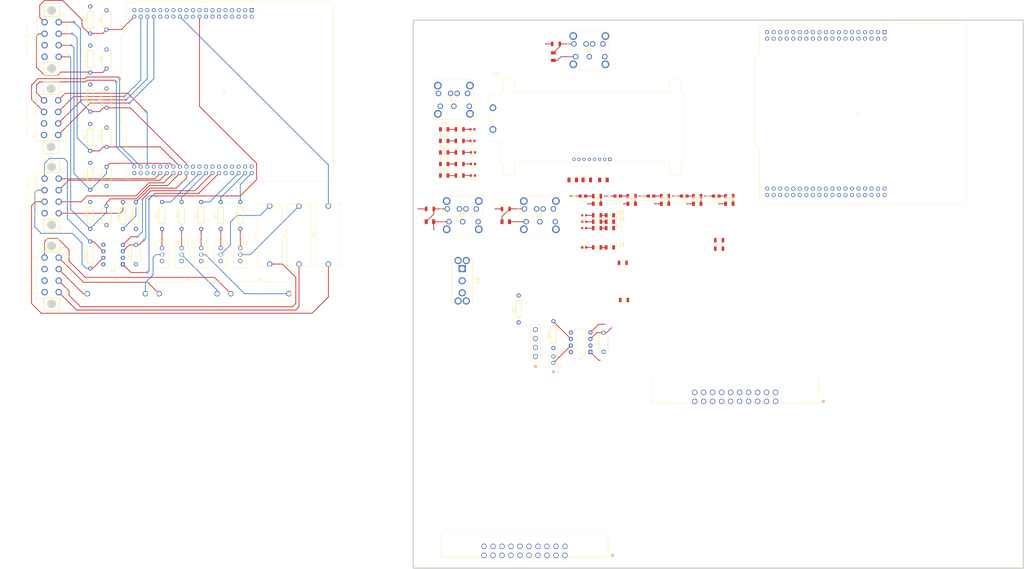
<source format=kicad_pcb>
(kicad_pcb (version 20241229) (generator "pcbnew") (generator_version "9.0")
  (layers (0 "F.Cu" signal "Front") (4 "In1.Cu" power "3V3") (6 "In2.Cu" power "GND") (2 "B.Cu" signal "Back") (13 "F.Paste" user) (15 "B.Paste" user) (5 "F.SilkS" user "F.Silkscreen") (7 "B.SilkS" user "B.Silkscreen") (1 "F.Mask" user) (3 "B.Mask" user) (25 "Edge.Cuts" user))
  (net 0 "")
  (net 1 "/BrakePedal")
  (net 2 "/GearSelector")
  (net 3 "/LSignalLightButton")
  (net 4 "/ThermalShutoff")
  (net 5 "/AccelIn")
  (net 6 "/UART_TX")
  (net 7 "/RSignalLightButton")
  (net 8 "GND")
  (net 9 "VCC")
  (net 10 "/Neutral")
  (net 11 "/HazardButton")
  (net 12 "/Reverse")
  (net 13 "/SupBattery")
  (net 14 "/Drive")
  (net 15 "/+3V3")
  (net 16 "/BrakeLightNeg")
  (net 17 "/LSignalLightNeg")
  (net 18 "/RSignalLightNeg")
  (net 19 "/DRLLeftNeg")
  (net 20 "/DRLRightNeg")
  (net 21 "Net-(U1-D)")
  (net 22 "Net-(U2-D)")
  (net 23 "Net-(U3-D)")
  (net 24 "Net-(U4-D)")
  (net 25 "Net-(U5-D)")
  (net 26 "/SupBattMonitor")
  (net 27 "/DIExtra2")
  (net 28 "/CAN_L")
  (net 29 "/CAN_H")
  (net 31 "/CAN_TX")
  (net 32 "/DIExtra1")
  (net 33 "/CAN_RX")
  (net 40 "/UART_RX")
  (net 50 "/DOExtra1")
  (net 66 "Net-(U6-Rs)")
  (net 67 "/I2C1_SDA")
  (net 72 "/CANTransceiver5V")
  (net 73 "/RSignalLightOut")
  (net 74 "Net-(U2-G)")
  (net 75 "/BrakeLightOut")
  (net 76 "Net-(U1-G)")
  (net 77 "/LSignalLightOut")
  (net 78 "Net-(U3-G)")
  (net 79 "/DRLRightOut")
  (net 80 "Net-(U4-G)")
  (net 81 "Net-(U5-G)")
  (net 82 "/DRLLeftOut")
  (net 87 "Net-(U7A-VIN)")
  (net 99 "/I2C1_CLK")
  (net 100 "Net-(DS1A-C1N)")
  (net 101 "Net-(DS1A-C1P)")
  (net 102 "Net-(D2-Pad2)")
  (net 103 "Net-(D4-Pad2)")
  (net 104 "Net-(D5-Pad2)")
  (net 105 "Net-(D6-Pad2)")
  (net 106 "Net-(D7-Pad2)")
  (net 107 "Net-(DS1A-VOUT)")
  (net 108 "Net-(DS1A-SCL)")
  (net 109 "+3.3V")
  (net 110 "Net-(F7-Pad2)")
  (net 111 "+12V")
  (net 112 "Net-(F8-Pad2)")
  (net 113 "Net-(F9-Pad2)")
  (net 114 "Net-(F10-Pad2)")
  (net 115 "Net-(F11-Pad2)")
  (net 116 "Net-(F12-Pad2)")
  (net 117 "Net-(F13-Pad2)")
  (net 118 "Net-(F14-Pad2)")
  (net 119 "Net-(F15-Pad2)")
  (net 120 "Net-(F16-Pad2)")
  (net 121 "Net-(F17-Pad2)")
  (net 122 "Net-(F18-Pad2)")
  (net 123 "/To_ModeSelect")
  (net 124 "/BlueLED2")
  (net 125 "/HVSwitch-")
  (net 126 "/LVSwitch+")
  (net 127 "/To_PreChargeBtn")
  (net 128 "/Enable")
  (net 129 "/From_PreChargeBtn")
  (net 130 "/GreenLED2")
  (net 131 "/LVSwitch-")
  (net 132 "/BlueLED3")
  (net 133 "/BlueLED4")
  (net 134 "/BlueLED5")
  (net 135 "/HVSwitch+")
  (net 136 "/BlueLED1")
  (net 137 "/GreenLED1")
  (net 138 "/GreenLED4")
  (net 139 "/GreenLED5")
  (net 140 "/ReadyMode")
  (net 141 "/GreenLED3")
  (net 142 "/DashFaultIndicator")
  (net 143 "/HVActive")
  (net 144 "/ChargeMode")
  (net 145 "/LVActive")
  (net 146 "/HVILActive")
  (net 147 "/BrakeLightIn")
  (net 148 "Net-(D1-PadA)")
  (net 149 "Net-(LED1-Pad2)")
  (net 150 "Net-(D3-PadA)")
  (net 151 "Net-(LED2-Pad2)")
  (net 152 "Net-(LED3-Pad2)")
  (net 153 "Net-(LED4-Pad2)")
  (net 154 "Net-(LED5-Pad2)")
  (net 190 "/RSignalLightIn")
  (net 191 "/LSignalLightIn")
  (net 192 "/HazardIn")
  (net 193 "/BrakePedalIn")
  (net 200 "Net-(D8-PadA)")
  (net 201 "Net-(D9-PadA)")
  (net 202 "Net-(F19-Pad2)")
  (net 203 "Net-(F20-Pad2)")
  (net 204 "Net-(DS1A-RST)")
  (net 205 "Net-(J4-Pad2)")
  (footprint "Resistor_SMD:RESC3116X65N" (layer "F.Cu") (at 178.48 85 180)
    (property "Reference" "R27")
    (property "Value" "RC1206FR-071K24L")
  )
  (footprint "DriverControlsLib:TO220-3_ONS" (layer "F.Cu") (at -9.75 105.27 -90)
    (property "Reference" "U4")
    (property "Value" "~")
  )
  (footprint "LED_SMD:LEDC1608X65N" (layer "F.Cu") (at 147 105)
    (property "Reference" "D3")
    (property "Value" "LTW-C191DS5")
  )
  (footprint "Fuse:FUSC3215X66N" (layer "F.Cu") (at 157 105 180)
    (property "Reference" "F10")
    (property "Value" "0466.125NR" (hide yes))
  )
  (footprint "Resistor_SMD:RESC3116X65N" (layer "F.Cu") (at 203.5 85 180)
    (property "Reference" "R29")
    (property "Value" "RC1206FR-071K24L")
  )
  (footprint "Fuse:FUSC3215X66N" (layer "F.Cu") (at 92.5 59)
    (property "Reference" "F9")
    (property "Value" "0466.125NR" (hide yes))
  )
  (footprint "DriverControlsLib:CAP-TH_L6.0-W3.5-P7.50-D1.0" (layer "F.Cu") (at -38.96 16.37 -90)
    (property "Reference" "C5")
    (property "Value" "C")
  )
  (footprint "Connector:CONN2_LFBN-RC_SUL" (layer "F.Cu") (at 135 150.04 90)
    (property "Reference" "J4")
    (property "Value" "PPTC021LFBN-RC")
  )
  (footprint "Fuse:Fuse_0603_1608Metric" (layer "F.Cu") (at 103.5 63.5 180)
    (property "Reference" "D4")
    (property "Value" "LTST-C193TBKT-5A")
  )
  (footprint "DriverControlsLib:RES-TH_BD2.2-L6.5-P10.50-D0.6" (layer "F.Cu") (at 121.5 129 90)
    (property "Reference" "R12")
    (property "Value" "120Ω")
  )
  (footprint "DriverControlsLib:CAP-TH_L6.0-W3.5-P7.50-D1.0" (layer "F.Cu") (at -38.96 31.61 -90)
    (property "Reference" "C6")
    (property "Value" "C")
  )
  (footprint "DriverControlsLib:Molex 8 Pin Mini-fit TPA" (layer "F.Cu") (at -60.3405 84.95 90)
    (property "Reference" "a3")
    (property "Value" "~")
    (fp_poly (pts (xy 13.05 0) (xy 13.030454 -0.260824) (xy 12.972252 -0.515822) (xy 12.876696 -0.759297) (xy 12.745918 -0.98581) (xy 12.582841 -1.190302) (xy 12.391107 -1.368205) (xy 12.175 -1.515544) (xy 11.939347 -1.629029) (xy 11.689412 -1.706124) (xy 11.430778 -1.745107) (xy 11.169222 -1.745107) (xy 10.910588 -1.706124) (xy 10.660653 -1.629029) (xy 10.425 -1.515544) (xy 10.208893 -1.368205) (xy 10.017159 -1.190302) (xy 9.854082 -0.98581) (xy 9.723304 -0.759297) (xy 9.627748 -0.515822) (xy 9.569546 -0.260824) (xy 9.55 0) (xy 9.569546 0.260824) (xy 9.627748 0.515822) (xy 9.723304 0.759297) (xy 9.854082 0.98581) (xy 10.017159 1.190302) (xy 10.208893 1.368205) (xy 10.425 1.515544) (xy 10.660653 1.629029) (xy 10.910588 1.706124) (xy 11.169222 1.745107) (xy 11.430778 1.745107) (xy 11.689412 1.706124) (xy 11.939347 1.629029) (xy 12.175 1.515544) (xy 12.391107 1.368205) (xy 12.582841 1.190302) (xy 12.745918 0.98581) (xy 12.876696 0.759297) (xy 12.972252 0.515822) (xy 13.030454 0.260824)) (fill yes) (layer "Edge.Cuts"))
    (fp_poly (pts (xy -9.55 0) (xy -9.569546 -0.260824) (xy -9.627748 -0.515822) (xy -9.723304 -0.759297) (xy -9.854082 -0.98581) (xy -10.017159 -1.190302) (xy -10.208893 -1.368205) (xy -10.425 -1.515544) (xy -10.660653 -1.629029) (xy -10.910588 -1.706124) (xy -11.169222 -1.745107) (xy -11.430778 -1.745107) (xy -11.689412 -1.706124) (xy -11.939347 -1.629029) (xy -12.175 -1.515544) (xy -12.391107 -1.368205) (xy -12.582841 -1.190302) (xy -12.745918 -0.98581) (xy -12.876696 -0.759297) (xy -12.972252 -0.515822) (xy -13.030454 -0.260824) (xy -13.05 0) (xy -13.030454 0.260824) (xy -12.972252 0.515822) (xy -12.876696 0.759297) (xy -12.745918 0.98581) (xy -12.582841 1.190302) (xy -12.391107 1.368205) (xy -12.175 1.515544) (xy -11.939347 1.629029) (xy -11.689412 1.706124) (xy -11.430778 1.745107) (xy -11.169222 1.745107) (xy -10.910588 1.706124) (xy -10.660653 1.629029) (xy -10.425 1.515544) (xy -10.208893 1.368205) (xy -10.017159 1.190302) (xy -9.854082 0.98581) (xy -9.723304 0.759297) (xy -9.627748 0.515822) (xy -9.569546 0.260824)) (fill yes) (layer "Edge.Cuts"))
  )
  (footprint "Resistor_SMD:RESC3116X65N" (layer "F.Cu") (at 165.48 85 180)
    (property "Reference" "R26")
    (property "Value" "RC1206FR-071K24L")
  )
  (footprint "LED_SMD:LED_LTST-C170GKT_LTO" (layer "F.Cu") (at 173.0341 85)
    (property "Reference" "LED3")
    (property "Value" "LTST-C170GKT")
  )
  (footprint "Resistor_SMD:RESC3116X65N" (layer "F.Cu") (at 152 92.5 180)
    (property "Reference" "R7")
    (property "Value" "RC1206FR-07665RL")
  )
  (footprint "Fuse:FUSC3215X66N" (layer "F.Cu") (at 165.48 88)
    (property "Reference" "F15")
    (property "Value" "0466.125NR" (hide yes))
  )
  (footprint "DriverControlsLib:Molex 8 Pin Mini-fit TPA" (layer "F.Cu") (at -60.3405 23.99 90)
    (property "Reference" "a2")
    (property "Value" "~")
    (fp_poly (pts (xy 13.05 0) (xy 13.030454 -0.260824) (xy 12.972252 -0.515822) (xy 12.876696 -0.759297) (xy 12.745918 -0.98581) (xy 12.582841 -1.190302) (xy 12.391107 -1.368205) (xy 12.175 -1.515544) (xy 11.939347 -1.629029) (xy 11.689412 -1.706124) (xy 11.430778 -1.745107) (xy 11.169222 -1.745107) (xy 10.910588 -1.706124) (xy 10.660653 -1.629029) (xy 10.425 -1.515544) (xy 10.208893 -1.368205) (xy 10.017159 -1.190302) (xy 9.854082 -0.98581) (xy 9.723304 -0.759297) (xy 9.627748 -0.515822) (xy 9.569546 -0.260824) (xy 9.55 0) (xy 9.569546 0.260824) (xy 9.627748 0.515822) (xy 9.723304 0.759297) (xy 9.854082 0.98581) (xy 10.017159 1.190302) (xy 10.208893 1.368205) (xy 10.425 1.515544) (xy 10.660653 1.629029) (xy 10.910588 1.706124) (xy 11.169222 1.745107) (xy 11.430778 1.745107) (xy 11.689412 1.706124) (xy 11.939347 1.629029) (xy 12.175 1.515544) (xy 12.391107 1.368205) (xy 12.582841 1.190302) (xy 12.745918 0.98581) (xy 12.876696 0.759297) (xy 12.972252 0.515822) (xy 13.030454 0.260824)) (fill yes) (layer "Edge.Cuts"))
    (fp_poly (pts (xy -9.55 0) (xy -9.569546 -0.260824) (xy -9.627748 -0.515822) (xy -9.723304 -0.759297) (xy -9.854082 -0.98581) (xy -10.017159 -1.190302) (xy -10.208893 -1.368205) (xy -10.425 -1.515544) (xy -10.660653 -1.629029) (xy -10.910588 -1.706124) (xy -11.169222 -1.745107) (xy -11.430778 -1.745107) (xy -11.689412 -1.706124) (xy -11.939347 -1.629029) (xy -12.175 -1.515544) (xy -12.391107 -1.368205) (xy -12.582841 -1.190302) (xy -12.745918 -0.98581) (xy -12.876696 -0.759297) (xy -12.972252 -0.515822) (xy -13.030454 -0.260824) (xy -13.05 0) (xy -13.030454 0.260824) (xy -12.972252 0.515822) (xy -12.876696 0.759297) (xy -12.745918 0.98581) (xy -12.582841 1.190302) (xy -12.391107 1.368205) (xy -12.175 1.515544) (xy -11.939347 1.629029) (xy -11.689412 1.706124) (xy -11.430778 1.745107) (xy -11.169222 1.745107) (xy -10.910588 1.706124) (xy -10.660653 1.629029) (xy -10.425 1.515544) (xy -10.208893 1.368205) (xy -10.017159 1.190302) (xy -9.854082 0.98581) (xy -9.723304 0.759297) (xy -9.627748 0.515822) (xy -9.569546 0.260824)) (fill yes) (layer "Edge.Cuts"))
  )
  (footprint "Package_DIP:DIP-8_W7.62mm" (layer "F.Cu") (at 149.43 145.77 180)
    (property "Reference" "U6")
    (property "Value" "MCP2551-I-P")
  )
  (footprint "Resistor_SMD:RESC3116X65N" (layer "F.Cu") (at 152 85 180)
    (property "Reference" "R19")
    (property "Value" "RC1206FR-071K24L")
  )
  (footprint "Resistor_SMD:RESC3116X65N" (layer "F.Cu") (at 152 95 180)
    (property "Reference" "R6")
    (property "Value" "RC1206FR-07665RL")
  )
  (footprint "DriverControlsLib:CAP-TH_L6.0-W3.5-P7.50-D1.0" (layer "F.Cu") (at -38.96 92.57 90)
    (property "Reference" "C1")
    (property "Value" "C")
  )
  (footprint "LED_SMD:LEDM1608X80" (layer "F.Cu") (at 147 97.5)
    (property "Reference" "D1")
    (property "Value" "LTST-C190KSKT")
  )
  (footprint "Resistor_SMD:RESC3116X65N" (layer "F.Cu") (at 116.46 90)
    (property "Reference" "R16")
    (property "Value" "RC1206FR-0710KL")
  )
  (footprint "Display:LCD_NHD-C0220BIZ-FSW-FBW-3V3M" (layer "F.Cu") (at 150 54.8)
    (property "Reference" "DS1")
    (property "Value" "NHD-C0220BIZ-FSW-FBW-3V3M")
  )
  (footprint "DriverControlsLib:CAP-TH_L6.0-W3.5-P7.50-D1.0" (layer "F.Cu") (at -38.96 77.33 90)
    (property "Reference" "C2")
    (property "Value" "C")
  )
  (footprint "Fuse:FUSC3215X66N" (layer "F.Cu") (at 92.5 72.5)
    (property "Reference" "F13")
    (property "Value" "0466.125NR" (hide yes))
  )
  (footprint "LED_SMD:LED_LTST-C170GKT_LTO" (layer "F.Cu") (at 198.4459 85)
    (property "Reference" "LED5")
    (property "Value" "LTST-C170GKT")
  )
  (footprint "LED_SMD:LED_LTST-C170GKT_LTO" (layer "F.Cu") (at 160.0341 85)
    (property "Reference" "LED2")
    (property "Value" "LTST-C170GKT")
  )
  (footprint "Fuse:FUSC3215X66N" (layer "F.Cu") (at 157 97.5 180)
    (property "Reference" "F7")
    (property "Value" "0466.125NR" (hide yes))
  )
  (footprint "Resistor_SMD:RESC3116X65N" (layer "F.Cu") (at 152 97.5 180)
    (property "Reference" "R18")
    (property "Value" "RC1206FR-07665RL")
  )
  (footprint "LED_SMD:LEDM1608X80" (layer "F.Cu") (at 147 95)
    (property "Reference" "D8")
    (property "Value" "LTST-C190KSKT")
  )
  (footprint "Button_Switch_SMD:LP6OA2ASRG" (layer "F.Cu") (at 93.7 90)
    (property "Reference" "S3")
    (property "Value" "LP6OA2ASRG" (hide yes))
  )
  (footprint "Resistor_SMD:RESC3116X65N" (layer "F.Cu") (at 98.52 59)
    (property "Reference" "R20")
    (property "Value" "RC1206FR-072K32L")
  )
  (footprint "LED_SMD:LEDM1608X80" (layer "F.Cu") (at 147 92.5)
    (property "Reference" "D9")
    (property "Value" "LTST-C190KSKT")
  )
  (footprint "Fuse:FUSC3215X66N" (layer "F.Cu") (at 92.5 68)
    (property "Reference" "F12")
    (property "Value" "0466.125NR" (hide yes))
  )
  (footprint "DriverControlsLib:CAP-TH_L6.0-W3.5-P7.50-D1.0" (layer "F.Cu") (at -38.96 46.85 -90)
    (property "Reference" "C4")
    (property "Value" "C")
  )
  (footprint "DriverControlsLib:RES-TH_BD2.2-L6.5-P10.50-D0.6" (layer "F.Cu") (at 13.11 92.57 90)
    (property "Reference" "R1")
    (property "Value" "220Ω")
  )
  (footprint "DriverControlsLib:TO220-3_ONS" (layer "F.Cu") (at 5.49 105.27 -90)
    (property "Reference" "U2")
    (property "Value" "~")
  )
  (footprint "DriverControlsLib:RES-TH_BD2.2-L6.5-P10.50-D0.6" (layer "F.Cu") (at -45.31 77.33 90)
    (property "Reference" "R7")
    (property "Value" "10kΩ")
  )
  (footprint "DriverControlsLib:FUSE-TH_BD5.4-W22.5-P27.5-D0.8" (layer "F.Cu") (at -7.21 123.05)
    (property "Reference" "F4")
    (property "Value" "~")
  )
  (footprint "Resistor_SMD:RESC3116X65N" (layer "F.Cu") (at 98.5 68)
    (property "Reference" "R23")
    (property "Value" "RC1206FR-072K32L")
  )
  (footprint "DriverControlsLib:RES-TH_BD2.2-L6.5-P10.50-D0.6" (layer "F.Cu") (at -45.31 62.1395 90)
    (property "Reference" "R8")
    (property "Value" "10kΩ")
  )
  (footprint "DriverControlsLib:FUSE-TH_BD5.4-W22.5-P27.5-D0.8" (layer "F.Cu") (at 35.97 100.19 90)
    (property "Reference" "F1")
    (property "Value" "~")
  )
  (footprint "Connector_Molex:CONN_SD-34829-001_20_ST_MOL" (layer "F.Cu") (at 221.500006 165.000002 180)
    (property "Reference" "J2")
    (property "Value" "348302001")
    (fp_line (start -16.660395 9.152805) (end 48.160405 9.152805) (stroke (width 0.0254)) (layer "Edge.Cuts"))
  )
  (footprint "Fuse:Fuse_0603_1608Metric" (layer "F.Cu") (at 103.7125 72.5 180)
    (property "Reference" "D6")
    (property "Value" "LTST-C193TBKT-5A")
  )
  (footprint "DriverControlsLib:RES-TH_BD2.2-L6.5-P10.50-D0.6" (layer "F.Cu") (at -45.31 107.95 90)
    (property "Reference" "R14")
    (property "Value" "120Ω")
  )
  (footprint "Resistor_SMD:RESC3116X65N" (layer "F.Cu") (at 162.52 125.5)
    (property "Reference" "R8")
    (property "Value" "RC1206FR-0710KL")
  )
  (footprint "DriverControlsLib:CAP-TH_L6.0-W3.5-P7.50-D1.0" (layer "F.Cu") (at 154.51 141.97 90)
    (property "Reference" "C7")
    (property "Value" "C")
  )
  (footprint "Fuse:FUSC3215X66N" (layer "F.Cu") (at 92.5 63.5)
    (property "Reference" "F11")
    (property "Value" "0466.125NR" (hide yes))
  )
  (footprint "DriverControlsLib:RES-TH_BD2.2-L6.5-P10.50-D0.6" (layer "F.Cu") (at -45.31 46.85 90)
    (property "Reference" "R9")
    (property "Value" "10kΩ")
  )
  (footprint "Capacitor_SMD:CAPC3216X180N" (layer "F.Cu") (at 135 30.66 -90)
    (property "Reference" "C10")
    (property "Value" "CL31B225KBHNNNE")
  )
  (footprint "Button_Switch_SMD:100SP1T8B13VS2REH" (layer "F.Cu") (at 99.5 113.3 -90)
    (property "Reference" "S5")
    (property "Value" "100SP1T8B13VS2REH" (hide yes))
  )
  (footprint "DriverControlsLib:Molex 8 Pin Mini-fit TPA" (layer "F.Cu") (at -60.55 54.47 90)
    (property "Reference" "a4")
    (property "Value" "~")
    (fp_poly (pts (xy 13.05 0) (xy 13.030454 -0.260824) (xy 12.972252 -0.515822) (xy 12.876696 -0.759297) (xy 12.745918 -0.98581) (xy 12.582841 -1.190302) (xy 12.391107 -1.368205) (xy 12.175 -1.515544) (xy 11.939347 -1.629029) (xy 11.689412 -1.706124) (xy 11.430778 -1.745107) (xy 11.169222 -1.745107) (xy 10.910588 -1.706124) (xy 10.660653 -1.629029) (xy 10.425 -1.515544) (xy 10.208893 -1.368205) (xy 10.017159 -1.190302) (xy 9.854082 -0.98581) (xy 9.723304 -0.759297) (xy 9.627748 -0.515822) (xy 9.569546 -0.260824) (xy 9.55 0) (xy 9.569546 0.260824) (xy 9.627748 0.515822) (xy 9.723304 0.759297) (xy 9.854082 0.98581) (xy 10.017159 1.190302) (xy 10.208893 1.368205) (xy 10.425 1.515544) (xy 10.660653 1.629029) (xy 10.910588 1.706124) (xy 11.169222 1.745107) (xy 11.430778 1.745107) (xy 11.689412 1.706124) (xy 11.939347 1.629029) (xy 12.175 1.515544) (xy 12.391107 1.368205) (xy 12.582841 1.190302) (xy 12.745918 0.98581) (xy 12.876696 0.759297) (xy 12.972252 0.515822) (xy 13.030454 0.260824)) (fill yes) (layer "Edge.Cuts"))
    (fp_poly (pts (xy -9.55 0) (xy -9.569546 -0.260824) (xy -9.627748 -0.515822) (xy -9.723304 -0.759297) (xy -9.854082 -0.98581) (xy -10.017159 -1.190302) (xy -10.208893 -1.368205) (xy -10.425 -1.515544) (xy -10.660653 -1.629029) (xy -10.910588 -1.706124) (xy -11.169222 -1.745107) (xy -11.430778 -1.745107) (xy -11.689412 -1.706124) (xy -11.939347 -1.629029) (xy -12.175 -1.515544) (xy -12.391107 -1.368205) (xy -12.582841 -1.190302) (xy -12.745918 -0.98581) (xy -12.876696 -0.759297) (xy -12.972252 -0.515822) (xy -13.030454 -0.260824) (xy -13.05 0) (xy -13.030454 0.260824) (xy -12.972252 0.515822) (xy -12.876696 0.759297) (xy -12.745918 0.98581) (xy -12.582841 1.190302) (xy -12.391107 1.368205) (xy -12.175 1.515544) (xy -11.939347 1.629029) (xy -11.689412 1.706124) (xy -11.430778 1.745107) (xy -11.169222 1.745107) (xy -10.910588 1.706124) (xy -10.660653 1.629029) (xy -10.425 1.515544) (xy -10.208893 1.368205) (xy -10.017159 1.190302) (xy -9.854082 0.98581) (xy -9.723304 0.759297) (xy -9.627748 0.515822) (xy -9.569546 0.260824)) (fill yes) (layer "Edge.Cuts"))
  )
  (footprint "DriverControlsLib:RES-TH_BD2.2-L6.5-P10.50-D0.6" (layer "F.Cu") (at 135 139 90)
    (property "Reference" "R14")
    (property "Value" "120Ω")
  )
  (footprint "Capacitor_SMD:CAPC3216X180N" (layer "F.Cu") (at 148 78.7)
    (property "Reference" "C12")
    (property "Value" "C3216X7R2A474K160AA")
  )
  (footprint "DriverControlsLib:FUSE-TH_BD5.4-W22.5-P27.5-D0.8" (layer "F.Cu") (at 20.73 123.05)
    (property "Reference" "F5")
    (property "Value" "~")
  )
  (footprint "DriverControlsLib:TO220-3_ONS" (layer "F.Cu") (at -17.37 105.27 -90)
    (property "Reference" "U3")
    (property "Value" "~")
  )
  (footprint "Connector_Molex:CONN_SD-75757-010_1X4_F11p20_MOL" (layer "F.Cu") (at 128 147.5181 90)
    (property "Reference" "J3")
    (property "Value" "757570141")
  )
  (footprint "DriverControlsLib:CAP-TH_L6.0-W3.5-P7.50-D1.0" (layer "F.Cu") (at -38.96 62.09 -90)
    (property "Reference" "C3")
    (property "Value" "C")
  )
  (footprint "Capacitor_SMD:CAPC3216X180N" (layer "F.Cu") (at 86.93 95)
    (property "Reference" "C9")
    (property "Value" "CL31B225KBHNNNE")
  )
  (footprint "Resistor_SMD:RESC3116X65N" (layer "F.Cu") (at 199.52 102.22)
    (property "Reference" "R9")
    (property "Value" "RC1206FR-0710KL")
  )
  (footprint "Capacitor_SMD:CAPC3216X180N" (layer "F.Cu") (at 142.54 78.7 180)
    (property "Reference" "C11")
    (property "Value" "CL31B105KAHNNNE")
  )
  (footprint "Fuse:FUSC3215X66N" (layer "F.Cu") (at 92.5 77)
    (property "Reference" "F14")
    (property "Value" "0466.125NR" (hide yes))
  )
  (footprint "Fuse:Fuse_0603_1608Metric" (layer "F.Cu") (at 103.7125 68 180)
    (property "Reference" "D5")
    (property "Value" "LTST-C193TBKT-5A")
  )
  (footprint "DriverControlsLib:RES-TH_BD2.2-L6.5-P10.50-D0.6" (layer "F.Cu") (at -45.31 31.61 90)
    (property "Reference" "R11")
    (property "Value" "10kΩ")
  )
  (footprint "Button_Switch_SMD:LP6OA2ASRG" (layer "F.Cu") (at 143 25.7)
    (property "Reference" "S1")
    (property "Value" "LP6OA2ASRG" (hide yes))
  )
  (footprint "Capacitor_SMD:CAPC3216X180N" (layer "F.Cu") (at 116.46 95)
    (property "Reference" "C8")
    (property "Value" "CL31B225KBHNNNE")
  )
  (footprint "Fuse:FUSC3215X66N" (layer "F.Cu") (at 191 88)
    (property "Reference" "F17")
    (property "Value" "0466.125NR" (hide yes))
  )
  (footprint "DriverControlsLib:TO220-3_ONS" (layer "F.Cu") (at 13.11 105.27 -90)
    (property "Reference" "U1")
    (property "Value" "~")
  )
  (footprint "Connector_Molex:CONN_SD-34829-001_20_ST_MOL" (layer "F.Cu") (at 139.5 225.000002 180)
    (property "Reference" "J1")
    (property "Value" "348302001")
    (fp_line (start -16.660395 9.152805) (end 48.160405 9.152805) (stroke (width 0.0254)) (layer "Edge.Cuts"))
  )
  (footprint "DriverControlsLib:RES-TH_BD2.2-L6.5-P10.50-D0.6" (layer "F.Cu") (at -45.31 92.57 90)
    (property "Reference" "R6")
    (property "Value" "10kΩ")
  )
  (footprint "DriverControlsLib:RES-TH_BD2.2-L6.5-P10.50-D0.6" (layer "F.Cu") (at -32.61 92.57 -90)
    (property "Reference" "R12")
    (property "Value" "12kΩ")
  )
  (footprint "Resistor_SMD:RESC3216X70N" (layer "F.Cu") (at 154.5 78.7)
    (property "Reference" "R13")
    (property "Value" "RMCF1206FT4K70")
  )
  (footprint "Fuse:FUSC3215X66N" (layer "F.Cu") (at 203.5 88)
    (property "Reference" "F18")
    (property "Value" "0466.125NR" (hide yes))
  )
  (footprint "DriverControlsLib:CAP-TH_L6.0-W3.5-P7.50-D1.0" (layer "F.Cu") (at -27.53 107.81 90)
    (property "Reference" "C7")
    (property "Value" "C")
  )
  (footprint "DriverControlsLib:MODULE_NUCLEO-F302R8" (layer "F.Cu") (at 8.03 44.31 -90)
    (property "Reference" "U7")
    (property "Value" "NUCLEO-F302R8")
  )
  (footprint "DriverControlsLib:RES-TH_BD2.2-L6.5-P10.50-D0.6" (layer "F.Cu") (at 5.49 92.57 90)
    (property "Reference" "R2")
    (property "Value" "220Ω")
  )
  (footprint "Fuse:FUSC3215X66N" (layer "F.Cu") (at 157 92.5 180)
    (property "Reference" "F20")
    (property "Value" "0466.125NR" (hide yes))
  )
  (footprint "DriverControlsLib:RES-TH_BD2.2-L6.5-P10.50-D0.6" (layer "F.Cu") (at -27.53 92.57 -90)
    (property "Reference" "R13")
    (property "Value" "3.3kΩ")
  )
  (footprint "DriverControlsLib:Molex 8 Pin Mini-fit TPA" (layer "F.Cu") (at -60.3405 115.7195 90)
    (property "Reference" "a1")
    (property "Value" "~")
    (fp_poly (pts (xy 13.05 0) (xy 13.030454 -0.260824) (xy 12.972252 -0.515822) (xy 12.876696 -0.759297) (xy 12.745918 -0.98581) (xy 12.582841 -1.190302) (xy 12.391107 -1.368205) (xy 12.175 -1.515544) (xy 11.939347 -1.629029) (xy 11.689412 -1.706124) (xy 11.430778 -1.745107) (xy 11.169222 -1.745107) (xy 10.910588 -1.706124) (xy 10.660653 -1.629029) (xy 10.425 -1.515544) (xy 10.208893 -1.368205) (xy 10.017159 -1.190302) (xy 9.854082 -0.98581) (xy 9.723304 -0.759297) (xy 9.627748 -0.515822) (xy 9.569546 -0.260824) (xy 9.55 0) (xy 9.569546 0.260824) (xy 9.627748 0.515822) (xy 9.723304 0.759297) (xy 9.854082 0.98581) (xy 10.017159 1.190302) (xy 10.208893 1.368205) (xy 10.425 1.515544) (xy 10.660653 1.629029) (xy 10.910588 1.706124) (xy 11.169222 1.745107) (xy 11.430778 1.745107) (xy 11.689412 1.706124) (xy 11.939347 1.629029) (xy 12.175 1.515544) (xy 12.391107 1.368205) (xy 12.582841 1.190302) (xy 12.745918 0.98581) (xy 12.876696 0.759297) (xy 12.972252 0.515822) (xy 13.030454 0.260824)) (fill yes) (layer "Edge.Cuts"))
    (fp_poly (pts (xy -9.55 0) (xy -9.569546 -0.260824) (xy -9.627748 -0.515822) (xy -9.723304 -0.759297) (xy -9.854082 -0.98581) (xy -10.017159 -1.190302) (xy -10.208893 -1.368205) (xy -10.425 -1.515544) (xy -10.660653 -1.629029) (xy -10.910588 -1.706124) (xy -11.169222 -1.745107) (xy -11.430778 -1.745107) (xy -11.689412 -1.706124) (xy -11.939347 -1.629029) (xy -12.175 -1.515544) (xy -12.391107 -1.368205) (xy -12.582841 -1.190302) (xy -12.745918 -0.98581) (xy -12.876696 -0.759297) (xy -12.972252 -0.515822) (xy -13.030454 -0.260824) (xy -13.05 0) (xy -13.030454 0.260824) (xy -12.972252 0.515822) (xy -12.876696 0.759297) (xy -12.745918 0.98581) (xy -12.582841 1.190302) (xy -12.391107 1.368205) (xy -12.175 1.515544) (xy -11.939347 1.629029) (xy -11.689412 1.706124) (xy -11.430778 1.745107) (xy -11.169222 1.745107) (xy -10.910588 1.706124) (xy -10.660653 1.629029) (xy -10.425 1.515544) (xy -10.208893 1.368205) (xy -10.017159 1.190302) (xy -9.854082 0.98581) (xy -9.723304 0.759297) (xy -9.627748 0.515822) (xy -9.569546 0.260824)) (fill yes) (layer "Edge.Cuts"))
  )
  (footprint "Fuse:FUSC3215X66N" (layer "F.Cu") (at 152 88)
    (property "Reference" "F8")
    (property "Value" "0466.125NR" (hide yes))
  )
  (footprint "Resistor_SMD:RESC3116X65N" (layer "F.Cu") (at 98.5 77)
    (property "Reference" "R25")
    (property "Value" "RC1206FR-072K32L")
  )
  (footprint "Resistor_SMD:RESC3116X65N" (layer "F.Cu") (at 98.5 63.5)
    (property "Reference" "R22")
    (property "Value" "RC1206FR-072K32L")
  )
  (footprint "Resistor_SMD:RESC3116X65N" (layer "F.Cu") (at 86.95 90)
    (property "Reference" "R17")
    (property "Value" "RC1206FR-0710KL")
  )
  (footprint "Package_DIP:DIP-8_W7.62mm" (layer "F.Cu") (at -32.61 111.61 180)
    (property "Reference" "U6")
    (property "Value" "MCP2551-I-P")
  )
  (footprint "DriverControlsLib:RES-TH_BD2.2-L6.5-P10.50-D0.6" (layer "F.Cu") (at -2.13 92.57 90)
    (property "Reference" "R5")
    (property "Value" "220Ω")
  )
  (footprint "Resistor_SMD:RESC3116X65N" (layer "F.Cu") (at 98.5 72.5)
    (property "Reference" "R24")
    (property "Value" "RC1206FR-072K32L")
  )
  (footprint "DriverControlsLib:MODULE_NUCLEO-F302R8" (layer "F.Cu") (at 254.45 52.87 -90)
    (property "Reference" "U7")
    (property "Value" "NUCLEO-F302R8")
  )
  (footprint "Fuse:FUSC3215X66N" (layer "F.Cu") (at 178.48 88)
    (property "Reference" "F16")
    (property "Value" "0466.125NR" (hide yes))
  )
  (footprint "DriverControlsLib:FUSE-TH_BD5.4-W22.5-P27.5-D0.8" (layer "F.Cu") (at 47.4 100.19 -90)
    (property "Reference" "F6")
    (property "Value" "~")
  )
  (footprint "Resistor_SMD:RESC3116X65N" (layer "F.Cu") (at 162.02 111)
    (property "Reference" "R12")
    (property "Value" "120Ω")
  )
  (footprint "DriverControlsLib:FUSE-TH_BD5.4-W22.5-P27.5-D0.8" (layer "F.Cu") (at -35.15 123.05)
    (property "Reference" "F3")
    (property "Value" "~")
  )
  (footprint "Button_Switch_SMD:LP6OA2ASRG" (layer "F.Cu") (at 90.27 45)
    (property "Reference" "S4")
    (property "Value" "LP6OA2ASRG" (hide yes))
  )
  (footprint "Fuse:Fuse_0603_1608Metric" (layer "F.Cu") (at 103.7125 77 180)
    (property "Reference" "D7")
    (property "Value" "LTST-C193TBKT-5A")
  )
  (footprint "Resistor_SMD:RESC3116X65N" (layer "F.Cu") (at 136.02 25.7)
    (property "Reference" "R15")
    (property "Value" "RC1206FR-0710KL")
  )
  (footprint "DriverControlsLib:FUSE-TH_BD5.4-W22.5-P27.5-D0.8" (layer "F.Cu") (at 24.54 100.19 90)
    (property "Reference" "F2")
    (property "Value" "~")
  )
  (footprint "Fuse:FUSC3215X66N" (layer "F.Cu") (at 157 95 180)
    (property "Reference" "F19")
    (property "Value" "0466.125NR" (hide yes))
  )
  (footprint "LED_SMD:LED_LTST-C170GKT_LTO" (layer "F.Cu") (at 146.516 85)
    (property "Reference" "LED1")
    (property "Value" "LTST-C170GKT")
  )
  (footprint "DriverControlsLib:RES-TH_BD2.2-L6.5-P10.50-D0.6" (layer "F.Cu") (at -17.37 92.57 90)
    (property "Reference" "R3")
    (property "Value" "220Ω")
  )
  (footprint "Resistor_SMD:RESC3116X65N" (layer "F.Cu") (at 152 105 180)
    (property "Reference" "R21")
    (property "Value" "RC1206FR-102K2L")
  )
  (footprint "Fuse:Fuse_0603_1608Metric" (layer "F.Cu") (at 103.5 59 180)
    (property "Reference" "D2")
    (property "Value" "LTST-C193TBKT-5A")
  )
  (footprint "Resistor_SMD:RESC3116X65N" (layer "F.Cu") (at 191 85 180)
    (property "Reference" "R28")
    (property "Value" "RC1206FR-071K24L")
  )
  (footprint "Resistor_SMD:RESC3116X65N" (layer "F.Cu") (at 199.52 105.5)
    (property "Reference" "R10")
    (property "Value" "RC1206FR-0710KL")
  )
  (footprint "DriverControlsLib:RES-TH_BD2.2-L6.5-P10.50-D0.6" (layer "F.Cu") (at -9.75 92.57 90)
    (property "Reference" "R4")
    (property "Value" "220Ω")
  )
  (footprint "Button_Switch_SMD:LP6OA2ASRG" (layer "F.Cu") (at 123.73 90)
    (property "Reference" "S2")
    (property "Value" "LP6OA2ASRG" (hide yes))
  )
  (footprint "LED_SMD:LED_LTST-C170GKT_LTO" (layer "F.Cu") (at 186 85)
    (property "Reference" "LED4")
    (property "Value" "LTST-C170GKT")
  )
  (footprint "DriverControlsLib:RES-TH_BD2.2-L6.5-P10.50-D0.6" (layer "F.Cu") (at -45.31 16.37 90)
    (property "Reference" "R10")
    (property "Value" "10kΩ")
  )
  (footprint "DriverControlsLib:TO220-3_ONS" (layer "F.Cu") (at -2.13 105.27 -90)
    (property "Reference" "U5")
    (property "Value" "~")
  )
  (gr_rect (start 80.5 16.5) (end 318 230) (stroke (width 0.5)) (fill no) (layer "Edge.Cuts"))
  (gr_text "8" (at -67.916 61.074 270) (layer "F.SilkS") (effects (font (size 1 1) (thickness 0.1)) (justify left bottom)))
  (gr_text "CANH" (at -67.662 81.14 270) (layer "F.SilkS") (effects (font (size 1 1) (thickness 0.1)) (justify left bottom)))
  (gr_text "6" (at -67.662 21.45 270) (layer "F.SilkS") (effects (font (size 1 1) (thickness 0.1)) (justify left bottom)))
  (gr_text "4" (at -54.2 108.064 270) (layer "F.SilkS") (effects (font (size 1 1) (thickness 0.1)) (justify left bottom)))
  (gr_text "1" (at -54.2 30.34 270) (layer "F.SilkS") (effects (font (size 1 1) (thickness 0.1)) (justify left bottom)))
  (gr_text "2" (at -54.2 25.768 270) (layer "F.SilkS") (effects (font (size 1 1) (thickness 0.1)) (justify left bottom)))
  (gr_text "5" (at -67.662 108.318 270) (layer "F.SilkS") (effects (font (size 1 1) (thickness 0.1)) (justify left bottom)))
  (gr_text "8" (at -67.662 30.594 270) (layer "F.SilkS") (effects (font (size 1 1) (thickness 0.1)) (justify left bottom)))
  (gr_text "5" (at -67.916 47.104 270) (layer "F.SilkS") (effects (font (size 1 1) (thickness 0.1)) (justify left bottom)))
  (gr_text "7" (at -67.916 56.502 270) (layer "F.SilkS") (effects (font (size 1 1) (thickness 0.1)) (justify left bottom)))
  (gr_text "3" (at -54.454 51.676 270) (layer "F.SilkS") (effects (font (size 1 1) (thickness 0.1)) (justify left bottom)))
  (gr_text "2" (at -54.454 56.248 270) (layer "F.SilkS") (effects (font (size 1 1) (thickness 0.1)) (justify left bottom)))
  (gr_text "2" (at -54.2 117.462 270) (layer "F.SilkS") (effects (font (size 1 1) (thickness 0.1)) (justify left bottom)))
  (gr_text "4" (at -54.2 77.33 270) (layer "F.SilkS") (effects (font (size 1 1) (thickness 0.1)) (justify left bottom)))
  (gr_text "1" (at -54.2 91.3 270) (layer "F.SilkS") (effects (font (size 1 1) (thickness 0.1)) (justify left bottom)))
  (gr_text "Lights" (at -70.71 115.684 270) (layer "F.SilkS") (effects (font (size 1.5 1.5) (thickness 0.1)) (justify bottom)))
  (gr_text "8" (at -67.662 91.554 270) (layer "F.SilkS") (effects (font (size 1 1) (thickness 0.1)) (justify left bottom)))
  (gr_text "VCC" (at -67.662 86.22 270) (layer "F.SilkS") (effects (font (size 1 1) (thickness 0.1)) (justify left bottom)))
  (gr_text "CAN VCC Gear" (at -70.71 85.458 270) (layer "F.SilkS") (effects (font (size 1.5 1.5) (thickness 0.1)) (justify bottom)))
  (gr_text "1" (at -54.454 60.82 270) (layer "F.SilkS") (effects (font (size 1 1) (thickness 0.1)) (justify left bottom)))
  (gr_text "5" (at -67.662 16.624 270) (layer "F.SilkS") (effects (font (size 1 1) (thickness 0.1)) (justify left bottom)))
  (gr_text "3" (at -54.2 82.156 270) (layer "F.SilkS") (effects (font (size 1 1) (thickness 0.1)) (justify left bottom)))
  (gr_text "6" (at -67.662 113.144 270) (layer "F.SilkS") (effects (font (size 1 1) (thickness 0.1)) (justify left bottom)))
  (gr_text "2" (at -54.2 86.728 270) (layer "F.SilkS") (effects (font (size 1 1) (thickness 0.1)) (justify left bottom)))
  (gr_text "Extra Pins\n" (at -70.71 55.232 270) (layer "F.SilkS") (effects (font (size 1.5 1.5) (thickness 0.1)) (justify bottom)))
  (gr_text "4" (at -54.2 16.37 270) (layer "F.SilkS") (effects (font (size 1 1) (thickness 0.1)) (justify left bottom)))
  (gr_text "6" (at -67.916 51.93 270) (layer "F.SilkS") (effects (font (size 1 1) (thickness 0.1)) (justify left bottom)))
  (gr_text "1" (at -54.2 122.034 270) (layer "F.SilkS") (effects (font (size 1 1) (thickness 0.1)) (justify left bottom)))
  (gr_text "4" (at -54.454 46.85 270) (layer "F.SilkS") (effects (font (size 1 1) (thickness 0.1)) (justify left bottom)))
  (gr_text "8" (at -67.662 122.288 270) (layer "F.SilkS") (effects (font (size 1 1) (thickness 0.1)) (justify left bottom)))
  (gr_text "7" (at -67.662 26.022 270) (layer "F.SilkS") (effects (font (size 1 1) (thickness 0.1)) (justify left bottom)))
  (gr_text "to Buttons" (at -70.71 18.275 270) (layer "F.SilkS") (effects (font (size 1.5 1.5) (thickness 0.1)) (justify left bottom)))
  (gr_text "CANL" (at -67.662 77.965 270) (layer "F.SilkS") (effects (font (size 1 1) (thickness 0.1)) (justify bottom)))
  (gr_text "3" (at -54.2 112.89 270) (layer "F.SilkS") (effects (font (size 1 1) (thickness 0.1)) (justify left bottom)))
  (gr_text "7" (at -67.662 117.716 270) (layer "F.SilkS") (effects (font (size 1 1) (thickness 0.1)) (justify left bottom)))
  (gr_text "3" (at -54.2 21.196 270) (layer "F.SilkS") (effects (font (size 1 1) (thickness 0.1)) (justify left bottom)))
  (segment (start -45.31 52.1) (end -41.73 52.1) (width 0.3) (layer "F.Cu") (net 1))
  (segment (start -29.70237 50.6) (end -7.86 72.44237) (width 0.3) (layer "F.Cu") (net 1))
  (segment (start -41.73 52.1) (end -40.23 50.6) (width 0.3) (layer "F.Cu") (net 1))
  (segment (start -40.23 50.6) (end -29.70237 50.6) (width 0.3) (layer "F.Cu") (net 1))
  (segment (start -7.86 72.44237) (end -7.86 73.52) (width 0.3) (layer "F.Cu") (net 1))
  (segment (start -57.591 17.2385) (end -51.66 17.2385) (width 0.3) (layer "F.Cu") (net 1))
  (via (at -51.66 17.2385) (size 0.8) (drill 0.3) (layers "F.Cu" "B.Cu") (net 1))
  (segment (start -49.12 19.7785) (end -49.12 48.29) (width 0.3) (layer "B.Cu") (net 1))
  (segment (start -49.12 48.29) (end -45.31 52.1) (width 0.3) (layer "B.Cu") (net 1))
  (segment (start -51.66 17.2385) (end -49.12 19.7785) (width 0.3) (layer "B.Cu") (net 1))
  (segment (start -58.01 37.96) (end -56.74 36.69) (width 0.3) (layer "F.Cu") (net 2))
  (segment (start -66.265 22.72) (end -66.265 34.785) (width 0.3) (layer "F.Cu") (net 2))
  (segment (start -40.46 36.86) (end -38.96 35.36) (width 0.3) (layer "F.Cu") (net 2))
  (segment (start -45.48 36.69) (end -45.31 36.86) (width 0.3) (layer "F.Cu") (net 2))
  (segment (start -63.09 21.7395) (end -65.2845 21.7395) (width 0.3) (layer "F.Cu") (net 2))
  (segment (start -65.2845 21.7395) (end -66.265 22.72) (width 0.3) (layer "F.Cu") (net 2))
  (segment (start -45.31 36.86) (end -40.46 36.86) (width 0.3) (layer "F.Cu") (net 2))
  (segment (start -63.09 37.96) (end -58.01 37.96) (width 0.3) (layer "F.Cu") (net 2))
  (segment (start -66.265 34.785) (end -63.09 37.96) (width 0.3) (layer "F.Cu") (net 2))
  (segment (start -56.74 36.69) (end -45.48 36.69) (width 0.3) (layer "F.Cu") (net 2))
  (segment (start -38.96 73.58) (end -37.63 72.25) (width 0.3) (layer "F.Cu") (net 3))
  (segment (start -37.63 72.25) (end -14.21 72.25) (width 0.3) (layer "F.Cu") (net 3))
  (segment (start -57.591 26.2405) (end -52.93 26.2405) (width 0.3) (layer "F.Cu") (net 3))
  (segment (start -14.21 72.25) (end -12.94 73.52) (width 0.3) (layer "F.Cu") (net 3))
  (via (at -52.93 26.2405) (size 0.8) (drill 0.3) (layers "F.Cu" "B.Cu") (net 3))
  (segment (start -38.96 73.58) (end -38.96 76.23) (width 0.3) (layer "B.Cu") (net 3))
  (segment (start -51.66 76.23) (end -45.31 82.58) (width 0.3) (layer "B.Cu") (net 3))
  (segment (start -51.66 27.165) (end -51.66 76.23) (width 0.3) (layer "B.Cu") (net 3))
  (segment (start -52.93 26.2405) (end -52.5845 26.2405) (width 0.3) (layer "B.Cu") (net 3))
  (segment (start -52.5845 26.2405) (end -51.66 27.165) (width 0.3) (layer "B.Cu") (net 3))
  (segment (start -38.96 76.23) (end -45.31 82.58) (width 0.3) (layer "B.Cu") (net 3))
  (segment (start -57.8005 47.7185) (end -55.027 44.945) (width 0.3) (layer "F.Cu") (net 4))
  (segment (start -55.027 44.945) (end -30.705 44.945) (width 0.3) (layer "F.Cu") (net 4))
  (segment (start -30.705 44.945) (end -23.72 51.93) (width 0.3) (layer "F.Cu") (net 4))
  (via (at -23.72 51.93) (size 0.8) (drill 0.3) (layers "F.Cu" "B.Cu") (net 4))
  (segment (start -23.1 52.55) (end -23.1 73.52) (width 0.3) (layer "B.Cu") (net 4))
  (segment (start -23.72 51.93) (end -23.1 52.55) (width 0.3) (layer "B.Cu") (net 4))
  (segment (start -57.591 21.7395) (end -52.295 21.7395) (width 0.3) (layer "F.Cu") (net 5))
  (segment (start -18.08 65.84) (end -10.4 73.52) (width 0.3) (layer "F.Cu") (net 5))
  (segment (start -41.7795 67.3895) (end -40.23 65.84) (width 0.3) (layer "F.Cu") (net 5))
  (segment (start -40.23 65.84) (end -18.08 65.84) (width 0.3) (layer "F.Cu") (net 5))
  (segment (start -45.31 67.3895) (end -41.7795 67.3895) (width 0.3) (layer "F.Cu") (net 5))
  (via (at -52.295 21.7395) (size 0.8) (drill 0.3) (layers "F.Cu" "B.Cu") (net 5))
  (segment (start -50.39 62.3095) (end -45.31 67.3895) (width 0.3) (layer "B.Cu") (net 5))
  (segment (start -52.0055 21.7395) (end -50.39 23.355) (width 0.3) (layer "B.Cu") (net 5))
  (segment (start -52.295 21.7395) (end -52.0055 21.7395) (width 0.3) (layer "B.Cu") (net 5))
  (segment (start -50.39 23.355) (end -50.39 62.3095) (width 0.3) (layer "B.Cu") (net 5))
  (segment (start -68.17 47.349) (end -68.17 41.77) (width 0.3) (layer "F.Cu") (net 6))
  (segment (start -46.58 38.595) (end -34.515 38.595) (width 0.3) (layer "F.Cu") (net 6))
  (segment (start -68.17 41.77) (end -65.63 39.23) (width 0.3) (layer "F.Cu") (net 6))
  (segment (start -47.215 39.23) (end -46.58 38.595) (width 0.3) (layer "F.Cu") (net 6))
  (segment (start -65.63 39.23) (end -47.215 39.23) (width 0.3) (layer "F.Cu") (net 6))
  (segment (start -34.515 38.595) (end -33.88 39.23) (width 0.3) (layer "F.Cu") (net 6))
  (segment (start -63.2995 52.2195) (end -68.17 47.349) (width 0.3) (layer "F.Cu") (net 6))
  (via (at -33.88 39.23) (size 0.8) (drill 0.3) (layers "F.Cu" "B.Cu") (net 6))
  (segment (start -33.88 65.28) (end -25.64 73.52) (width 0.3) (layer "B.Cu") (net 6))
  (segment (start -33.88 39.23) (end -33.88 65.28) (width 0.3) (layer "B.Cu") (net 6))
  (segment (start -15.226 80.886) (end -10.4 76.06) (width 0.3) (layer "F.Cu") (net 7))
  (segment (start -37.48 86.07) (end -38.96 87.55) (width 0.3) (layer "F.Cu") (net 7))
  (segment (start -22.196 80.886) (end -15.226 80.886) (width 0.3) (layer "F.Cu") (net 7))
  (segment (start -27.38 86.07) (end -22.196 80.886) (width 0.3) (layer "F.Cu") (net 7))
  (segment (start -57.591 30.7415) (end -53.565 30.7415) (width 0.3) (layer "F.Cu") (net 7))
  (segment (start -37.48 86.07) (end -27.38 86.07) (width 0.3) (layer "F.Cu") (net 7))
  (segment (start -38.96 87.55) (end -38.96 88.82) (width 0.3) (layer "F.Cu") (net 7))
  (via (at -53.565 30.7415) (size 0.8) (drill 0.3) (layers "F.Cu" "B.Cu") (net 7))
  (segment (start -53.1635 30.7415) (end -52.93 30.975) (width 0.3) (layer "B.Cu") (net 7))
  (segment (start -45.31 97.65) (end -38.96 91.3) (width 0.3) (layer "B.Cu") (net 7))
  (segment (start -52.93 30.975) (end -52.93 90.2) (width 0.3) (layer "B.Cu") (net 7))
  (segment (start -45.31 97.82) (end -45.31 97.65) (width 0.3) (layer "B.Cu") (net 7))
  (segment (start -38.96 91.3) (end -38.96 88.82) (width 0.3) (layer "B.Cu") (net 7))
  (segment (start -53.565 30.7415) (end -53.1635 30.7415) (width 0.3) (layer "B.Cu") (net 7))
  (segment (start -52.93 90.2) (end -45.31 97.82) (width 0.3) (layer "B.Cu") (net 7))
  (segment (start 143.7 30.7) (end 138 30.7) (width 0.3) (layer "F.Cu") (net 8))
  (segment (start 184.9459 85) (end 181.5 85) (width 0.3) (layer "F.Cu") (net 8))
  (segment (start 88.39 95) (end 94.4 95) (width 0.3) (layer "F.Cu") (net 8))
  (segment (start 145.4619 85) (end 141.5 85) (width 0.3) (layer "F.Cu") (net 8))
  (segment (start 136.58 32.12) (end 138 30.7) (width 0.3) (layer "F.Cu") (net 8))
  (segment (start 158.98 85) (end 154.98 85) (width 0.3) (layer "F.Cu") (net 8))
  (segment (start 88.39 97.96) (end 88.43 98) (width 0.3) (layer "F.Cu") (net 8))
  (segment (start 135 32.12) (end 136.58 32.12) (width 0.3) (layer "F.Cu") (net 8))
  (segment (start 171.98 85) (end 168.48 85) (width 0.3) (layer "F.Cu") (net 8))
  (segment (start 88.39 95) (end 88.39 97.96) (width 0.3) (layer "F.Cu") (net 8))
  (segment (start 197.3918 85) (end 194 85) (width 0.3) (layer "F.Cu") (net 8))
  (segment (start 124.43 95) (end 117.92 95) (width 0.3) (layer "F.Cu") (net 8))
  (via (at 154.98 85) (size 0.6) (drill 0.3) (layers "F.Cu" "B.Cu") (net 8))
  (via (at 138 30.7) (size 0.6) (drill 0.3) (layers "F.Cu" "B.Cu") (net 8))
  (via (at 181.5 85) (size 0.6) (drill 0.3) (layers "F.Cu" "B.Cu") (net 8))
  (via (at 88.43 98) (size 0.6) (drill 0.3) (layers "F.Cu" "B.Cu") (net 8))
  (via (at 141.5 85) (size 0.6) (drill 0.3) (layers "F.Cu" "B.Cu") (net 8))
  (via (at 194 85) (size 0.6) (drill 0.3) (layers "F.Cu" "B.Cu") (net 8))
  (via (at 168.48 85) (size 0.6) (drill 0.3) (layers "F.Cu" "B.Cu") (net 8))
  (segment (start 47.4 124.32) (end 41.05 130.67) (width 0.3) (layer "F.Cu") (net 9))
  (segment (start -68.17 126.86) (end -68.17 88.76) (width 0.3) (layer "F.Cu") (net 9))
  (segment (start -68.17 88.76) (end -66.6105 87.2005) (width 0.3) (layer "F.Cu") (net 9))
  (segment (start 41.05 130.67) (end -64.36 130.67) (width 0.3) (layer "F.Cu") (net 9))
  (segment (start 47.4 111.49) (end 47.4 124.32) (width 0.3) (layer "F.Cu") (net 9))
  (segment (start -66.6105 87.2005) (end -63.09 87.2005) (width 0.3) (layer "F.Cu") (net 9))
  (segment (start -64.36 130.67) (end -68.17 126.86) (width 0.3) (layer "F.Cu") (net 9))
  (segment (start -57.591 82.6995) (end -53.7455 78.854) (width 0.3) (layer "F.Cu") (net 10))
  (segment (start -18.274 78.854) (end -15.48 76.06) (width 0.3) (layer "F.Cu") (net 10))
  (segment (start -53.7455 78.854) (end -18.274 78.854) (width 0.3) (layer "F.Cu") (net 10))
  (segment (start -63.09 8.75) (end -56.105 8.75) (width 0.3) (layer "F.Cu") (net 11))
  (segment (start -33.2 20.12) (end -28.18 15.1) (width 0.3) (layer "F.Cu") (net 11))
  (segment (start -48.485 18.91) (end -45.775 21.62) (width 0.3) (layer "F.Cu") (net 11))
  (segment (start -56.105 8.75) (end -48.485 16.37) (width 0.3) (layer "F.Cu") (net 11))
  (segment (start -40.46 21.62) (end -45.31 21.62) (width 0.3) (layer "F.Cu") (net 11))
  (segment (start -64.995 10.655) (end -63.09 8.75) (width 0.3) (layer "F.Cu") (net 11))
  (segment (start -45.775 21.62) (end -45.31 21.62) (width 0.3) (layer "F.Cu") (net 11))
  (segment (start -63.09 17.2385) (end -64.995 15.3335) (width 0.3) (layer "F.Cu") (net 11))
  (segment (start -64.995 15.3335) (end -64.995 10.655) (width 0.3) (layer "F.Cu") (net 11))
  (segment (start -38.96 20.12) (end -40.46 21.62) (width 0.3) (layer "F.Cu") (net 11))
  (segment (start -48.485 16.37) (end -48.485 18.91) (width 0.3) (layer "F.Cu") (net 11))
  (segment (start -33.2 20.12) (end -38.96 20.12) (width 0.3) (layer "F.Cu") (net 11))
  (segment (start -57.591 78.1985) (end -57.5355 78.254) (width 0.3) (layer "F.Cu") (net 12))
  (segment (start -20.214 78.254) (end -18.02 76.06) (width 0.3) (layer "F.Cu") (net 12))
  (segment (start -57.5355 78.254) (end -20.214 78.254) (width 0.3) (layer "F.Cu") (net 12))
  (segment (start -32.61 87.32) (end -32.61 90.665) (width 0.3) (layer "F.Cu") (net 13))
  (segment (start -32.61 90.665) (end -33.6465 91.7015) (width 0.3) (layer "F.Cu") (net 13))
  (segment (start -33.6465 91.7015) (end -57.591 91.7015) (width 0.3) (layer "F.Cu") (net 13))
  (segment (start -46.58 84.95) (end -27.53 84.95) (width 0.3) (layer "F.Cu") (net 14))
  (segment (start -22.45 79.87) (end -16.75 79.87) (width 0.3) (layer "F.Cu") (net 14))
  (segment (start -16.75 79.87) (end -12.94 76.06) (width 0.3) (layer "F.Cu") (net 14))
  (segment (start -48.8305 87.2005) (end -46.58 84.95) (width 0.3) (layer "F.Cu") (net 14))
  (segment (start -27.53 84.95) (end -22.45 79.87) (width 0.3) (layer "F.Cu") (net 14))
  (segment (start -57.591 87.2005) (end -48.8305 87.2005) (width 0.3) (layer "F.Cu") (net 14))
  (segment (start -50.662 129.4) (end 34.7 129.4) (width 0.3) (layer "F.Cu") (net 16))
  (segment (start -57.591 122.471) (end -50.662 129.4) (width 0.3) (layer "F.Cu") (net 16))
  (segment (start 34.7 129.4) (end 35.97 128.13) (width 0.3) (layer "F.Cu") (net 16))
  (segment (start 35.97 128.13) (end 35.97 111.49) (width 0.3) (layer "F.Cu") (net 16))
  (segment (start -48.01 123.05) (end -46.45 123.05) (width 0.3) (layer "F.Cu") (net 17))
  (segment (start -57.591 113.469) (end -48.01 123.05) (width 0.3) (layer "F.Cu") (net 17))
  (segment (start -53.565 121.996) (end -53.565 123.685) (width 0.3) (layer "F.Cu") (net 18))
  (segment (start -49.12 128.13) (end 33.43 128.13) (width 0.3) (layer "F.Cu") (net 18))
  (segment (start 34.7 126.86) (end 34.7 116.7) (width 0.3) (layer "F.Cu") (net 18))
  (segment (start 33.43 128.13) (end 34.7 126.86) (width 0.3) (layer "F.Cu") (net 18))
  (segment (start -53.565 123.685) (end -49.12 128.13) (width 0.3) (layer "F.Cu") (net 18))
  (segment (start 29.49 111.49) (end 24.54 111.49) (width 0.3) (layer "F.Cu") (net 18))
  (segment (start -57.591 117.97) (end -53.565 121.996) (width 0.3) (layer "F.Cu") (net 18))
  (segment (start 34.7 116.7) (end 29.49 111.49) (width 0.3) (layer "F.Cu") (net 18))
  (segment (start 3.08 116.7) (end 9.43 123.05) (width 0.3) (layer "F.Cu") (net 19))
  (segment (start -53.565 110.35) (end -47.215 116.7) (width 0.3) (layer "F.Cu") (net 19))
  (segment (start -63.09 102.73) (end -61.82 101.46) (width 0.3) (layer "F.Cu") (net 19))
  (segment (start -58.01 101.46) (end -53.565 105.905) (width 0.3) (layer "F.Cu") (net 19))
  (segment (start -61.82 101.46) (end -58.01 101.46) (width 0.3) (layer "F.Cu") (net 19))
  (segment (start -53.565 105.905) (end -53.565 110.35) (width 0.3) (layer "F.Cu") (net 19))
  (segment (start -47.215 116.7) (end 3.08 116.7) (width 0.3) (layer "F.Cu") (net 19))
  (segment (start -63.09 108.968) (end -63.09 102.73) (width 0.3) (layer "F.Cu") (net 19))
  (segment (start -57.591 108.968) (end -47.954 118.605) (width 0.3) (layer "F.Cu") (net 20))
  (segment (start -22.955 118.605) (end -18.51 123.05) (width 0.3) (layer "F.Cu") (net 20))
  (segment (start -47.954 118.605) (end -22.955 118.605) (width 0.3) (layer "F.Cu") (net 20))
  (segment (start 17.05 107.81) (end 13.11 107.81) (width 0.3) (layer "B.Cu") (net 21))
  (segment (start 35.97 88.89) (end 17.05 107.81) (width 0.3) (layer "B.Cu") (net 21))
  (segment (start 9.3 95.11) (end 9.3 104) (width 0.3) (layer "B.Cu") (net 22))
  (segment (start 20.86 92.57) (end 11.84 92.57) (width 0.3) (layer "B.Cu") (net 22))
  (segment (start 11.84 92.57) (end 9.3 95.11) (width 0.3) (layer "B.Cu") (net 22))
  (segment (start 24.54 88.89) (end 20.86 92.57) (width 0.3) (layer "B.Cu") (net 22))
  (segment (start 9.3 104) (end 5.49 107.81) (width 0.3) (layer "B.Cu") (net 22))
  (segment (start -20.83 108.86) (end -19.78 107.81) (width 0.3) (layer "B.Cu") (net 23))
  (segment (start -19.78 107.81) (end -17.37 107.81) (width 0.3) (layer "B.Cu") (net 23))
  (segment (start -23.85 118.705) (end -20.83 115.685) (width 0.3) (layer "B.Cu") (net 23))
  (segment (start -23.85 123.05) (end -23.85 118.705) (width 0.3) (layer "B.Cu") (net 23))
  (segment (start -20.83 115.685) (end -20.83 108.86) (width 0.3) (layer "B.Cu") (net 23))
  (segment (start 1.55 119.11) (end -9.75 107.81) (width 0.3) (layer "B.Cu") (net 24))
  (segment (start 4.09 121.65) (end 1.55 119.11) (width 0.3) (layer "B.Cu") (net 24))
  (segment (start 4.09 123.05) (end 4.09 121.65) (width 0.3) (layer "B.Cu") (net 24))
  (segment (start -0.46 107.81) (end -2.13 107.81) (width 0.3) (layer "B.Cu") (net 25))
  (segment (start 19.86 123.05) (end 14.78 123.05) (width 0.3) (layer "B.Cu") (net 25))
  (segment (start 32.03 123.05) (end 19.86 123.05) (width 0.3) (layer "B.Cu") (net 25))
  (segment (start 14.78 123.05) (end -0.46 107.81) (width 0.3) (layer "B.Cu") (net 25))
  (segment (start -11.782 81.902) (end -7.86 77.98) (width 0.3) (layer "F.Cu") (net 26))
  (segment (start -22.112 81.902) (end -11.782 81.902) (width 0.3) (layer "F.Cu") (net 26))
  (segment (start -7.86 77.98) (end -7.86 76.06) (width 0.3) (layer "F.Cu") (net 26))
  (segment (start -27.53 87.32) (end -22.112 81.902) (width 0.3) (layer "F.Cu") (net 26))
  (segment (start -27.53 92.74) (end -32.61 97.82) (width 0.3) (layer "B.Cu") (net 26))
  (segment (start -27.53 87.32) (end -27.53 92.74) (width 0.3) (layer "B.Cu") (net 26))
  (segment (start -31.34 47.485) (end -48.565 47.485) (width 0.3) (layer "F.Cu") (net 27))
  (segment (start -48.565 47.485) (end -57.8005 56.7205) (width 0.3) (layer "F.Cu") (net 27))
  (via (at -31.34 47.485) (size 0.8) (drill 0.3) (layers "F.Cu" "B.Cu") (net 27))
  (segment (start -23.1 39.245) (end -23.1 15.1) (width 0.3) (layer "B.Cu") (net 27))
  (segment (start -31.34 47.485) (end -23.1 39.245) (width 0.3) (layer "B.Cu") (net 27))
  (segment (start -44.06 102.7) (end -40.23 106.53) (width 0.3) (layer "F.Cu") (net 28))
  (segment (start 135 133.88) (end 135 133.75) (width 0.3) (layer "F.Cu") (net 28))
  (segment (start 137 153.5) (end 136.96 153.54) (width 0.3) (layer "F.Cu") (net 28))
  (segment (start 141.81 140.69) (end 135 133.88) (width 0.3) (layer "F.Cu") (net 28))
  (segment (start -45.31 102.7) (end -44.06 102.7) (width 0.3) (layer "F.Cu") (net 28))
  (segment (start -63.09 72.25) (end -63.09 78.1985) (width 0.3) (layer "B.Cu") (net 28))
  (segment (start -61.185 70.345) (end -63.09 72.25) (width 0.3) (layer "B.Cu") (net 28))
  (segment (start -54.2 71.615) (end -55.47 70.345) (width 0.3) (layer "B.Cu") (net 28))
  (segment (start -45.31 102.7) (end -54.2 93.81) (width 0.3) (layer "B.Cu") (net 28))
  (segment (start -55.47 70.345) (end -61.185 70.345) (width 0.3) (layer "B.Cu") (net 28))
  (segment (start -54.2 93.81) (end -54.2 71.615) (width 0.3) (layer "B.Cu") (net 28))
  (segment (start 141.81 143.23) (end 135 150.04) (width 0.3) (layer "F.Cu") (net 29))
  (segment (start -40.23 109.07) (end -44.36 113.2) (width 0.3) (layer "F.Cu") (net 29))
  (segment (start -44.36 113.2) (end -45.31 113.2) (width 0.3) (layer "F.Cu") (net 29))
  (segment (start 135.04 150.5) (end 135 150.5) (width 0.3) (layer "F.Cu") (net 29))
  (segment (start -48.485 103.365) (end -52.295 99.555) (width 0.3) (layer "B.Cu") (net 29))
  (segment (start -64.36 99.555) (end -66.9 97.015) (width 0.3) (layer "B.Cu") (net 29))
  (segment (start -45.31 113.2) (end -46.905 113.2) (width 0.3) (layer "B.Cu") (net 29))
  (segment (start -46.905 113.2) (end -48.485 111.62) (width 0.3) (layer "B.Cu") (net 29))
  (segment (start -66.9 97.015) (end -66.9 83.68) (width 0.3) (layer "B.Cu") (net 29))
  (segment (start -65.9195 82.6995) (end -63.09 82.6995) (width 0.3) (layer "B.Cu") (net 29))
  (segment (start -48.485 111.62) (end -48.485 103.365) (width 0.3) (layer "B.Cu") (net 29))
  (segment (start -66.9 83.68) (end -65.9195 82.6995) (width 0.3) (layer "B.Cu") (net 29))
  (segment (start -52.295 99.555) (end -64.36 99.555) (width 0.3) (layer "B.Cu") (net 29))
  (segment (start 149.43 145.77) (end 152.615 148.955) (width 0.3) (layer "F.Cu") (net 31))
  (segment (start -3.034 83.934) (end 4.84 76.06) (width 0.3) (layer "F.Cu") (net 31))
  (segment (start -32.61 111.61) (end -29.425 114.795) (width 0.3) (layer "F.Cu") (net 31))
  (segment (start -28.8 114.795) (end -23.085 114.795) (width 0.3) (layer "F.Cu") (net 31))
  (segment (start -20.164 83.934) (end -3.034 83.934) (width 0.3) (layer "F.Cu") (net 31))
  (segment (start -29.425 114.795) (end -28.8 114.795) (width 0.3) (layer "F.Cu") (net 31))
  (segment (start 152.615 148.955) (end 153.24 148.955) (width 0.3) (layer "F.Cu") (net 31))
  (segment (start -22.45 86.22) (end -20.164 83.934) (width 0.3) (layer "F.Cu") (net 31))
  (via (at -23.085 114.795) (size 0.8) (drill 0.3) (layers "F.Cu" "B.Cu") (net 31))
  (via (at -22.45 86.22) (size 0.8) (drill 0.3) (layers "F.Cu" "B.Cu") (net 31))
  (segment (start -22.45 86.22) (end -22.45 114.16) (width 0.3) (layer "B.Cu") (net 31))
  (segment (start -22.45 114.16) (end -23.085 114.795) (width 0.3) (layer "B.Cu") (net 31))
  (segment (start -45.334 48.755) (end -57.8005 61.2215) (width 0.3) (layer "F.Cu") (net 32))
  (segment (start -30.07 48.755) (end -45.334 48.755) (width 0.3) (layer "F.Cu") (net 32))
  (via (at -30.07 48.755) (size 0.8) (drill 0.3) (layers "F.Cu" "B.Cu") (net 32))
  (segment (start -20.56 39.245) (end -20.56 15.1) (width 0.3) (layer "B.Cu") (net 32))
  (segment (start -30.07 48.755) (end -20.56 39.245) (width 0.3) (layer "B.Cu") (net 32))
  (segment (start -24.99 86.22) (end -21.688 82.918) (width 0.3) (layer "F.Cu") (net 33))
  (segment (start -29.445 100.825) (end -32.61 103.99) (width 0.3) (layer "F.Cu") (net 33))
  (segment (start -4.558 82.918) (end 2.3 76.06) (width 0.3) (layer "F.Cu") (net 33))
  (segment (start 155.145 134.985) (end 152.595 134.985) (width 0.3) (layer "F.Cu") (net 33))
  (segment (start -26.895 100.825) (end -29.445 100.825) (width 0.3) (layer "F.Cu") (net 33))
  (segment (start 152.595 134.985) (end 149.43 138.15) (width 0.3) (layer "F.Cu") (net 33))
  (segment (start -21.688 82.918) (end -4.558 82.918) (width 0.3) (layer "F.Cu") (net 33))
  (via (at -26.895 100.825) (size 0.8) (drill 0.3) (layers "F.Cu" "B.Cu") (net 33))
  (via (at -24.99 86.22) (size 0.8) (drill 0.3) (layers "F.Cu" "B.Cu") (net 33))
  (segment (start -24.99 86.22) (end -24.99 98.92) (width 0.3) (layer "B.Cu") (net 33))
  (segment (start -24.99 98.92) (end -26.895 100.825) (width 0.3) (layer "B.Cu") (net 33))
  (segment (start -63.2995 47.7185) (end -66.265 44.753) (width 0.3) (layer "F.Cu") (net 40))
  (segment (start -66.265 44.753) (end -66.265 41.77) (width 0.3) (layer "F.Cu") (net 40))
  (segment (start -66.265 41.77) (end -64.995 40.5) (width 0.3) (layer "F.Cu") (net 40))
  (segment (start -35.785 39.865) (end -35.15 40.5) (width 0.3) (layer "F.Cu") (net 40))
  (segment (start -64.995 40.5) (end -47.215 40.5) (width 0.3) (layer "F.Cu") (net 40))
  (segment (start -47.215 40.5) (end -46.58 39.865) (width 0.3) (layer "F.Cu") (net 40))
  (segment (start -46.58 39.865) (end -35.785 39.865) (width 0.3) (layer "F.Cu") (net 40))
  (via (at -35.15 40.5) (size 0.8) (drill 0.3) (layers "F.Cu" "B.Cu") (net 40))
  (segment (start -35.15 40.5) (end -35.15 65.9) (width 0.3) (layer "B.Cu") (net 40))
  (segment (start -28.18 72.87) (end -28.18 73.52) (width 0.3) (layer "B.Cu") (net 40))
  (segment (start -35.15 65.9) (end -28.18 72.87) (width 0.3) (layer "B.Cu") (net 40))
  (segment (start -31.975 46.215) (end -51.796 46.215) (width 0.3) (layer "F.Cu") (net 50))
  (segment (start -51.796 46.215) (end -57.8005 52.2195) (width 0.3) (layer "F.Cu") (net 50))
  (via (at -31.975 46.215) (size 0.8) (drill 0.3) (layers "F.Cu" "B.Cu") (net 50))
  (segment (start -25.64 39.88) (end -25.64 15.1) (width 0.3) (layer "B.Cu") (net 50))
  (segment (start -31.975 46.215) (end -25.64 39.88) (width 0.3) (layer "B.Cu") (net 50))
  (segment (start 151.9 138.22) (end 149.43 140.69) (width 0.3) (layer "F.Cu") (net 72))
  (segment (start 19.46 72.25) (end -2.78 50.01) (width 0.3) (layer "F.Cu") (net 72))
  (segment (start 13.11 84.95) (end 19.46 78.6) (width 0.3) (layer "F.Cu") (net 72))
  (segment (start 19.46 78.6) (end 19.46 72.25) (width 0.3) (layer "F.Cu") (net 72))
  (segment (start -24.355 102.095) (end -26.32 104.06) (width 0.3) (layer "F.Cu") (net 72))
  (segment (start 157.685 136.255) (end 155.72 138.22) (width 0.3) (layer "F.Cu") (net 72))
  (segment (start -27.53 104.06) (end -30.14 104.06) (width 0.3) (layer "F.Cu") (net 72))
  (segment (start -26.32 104.06) (end -27.53 104.06) (width 0.3) (layer "F.Cu") (net 72))
  (segment (start -30.14 104.06) (end -32.61 106.53) (width 0.3) (layer "F.Cu") (net 72))
  (segment (start -2.78 50.01) (end -2.78 15.1) (width 0.3) (layer "F.Cu") (net 72))
  (segment (start 155.72 138.22) (end 154.51 138.22) (width 0.3) (layer "F.Cu") (net 72))
  (segment (start -19.91 84.95) (end 13.11 84.95) (width 0.3) (layer "F.Cu") (net 72))
  (segment (start 154.51 138.22) (end 151.9 138.22) (width 0.3) (layer "F.Cu") (net 72))
  (via (at -24.355 102.095) (size 0.8) (drill 0.3) (layers "F.Cu" "B.Cu") (net 72))
  (via (at -19.91 84.95) (size 0.8) (drill 0.3) (layers "F.Cu" "B.Cu") (net 72))
  (segment (start -23.72 86.22) (end -22.45 84.95) (width 0.3) (layer "B.Cu") (net 72))
  (segment (start -23.72 101.46) (end -23.72 86.22) (width 0.3) (layer "B.Cu") (net 72))
  (segment (start -24.355 102.095) (end -23.72 101.46) (width 0.3) (layer "B.Cu") (net 72))
  (segment (start -22.45 84.95) (end -19.91 84.95) (width 0.3) (layer "B.Cu") (net 72))
  (segment (start 5.49 87.32) (end 5.49 85.57) (width 0.3) (layer "B.Cu") (net 73))
  (segment (start 5.49 85.57) (end 15 76.06) (width 0.3) (layer "B.Cu") (net 73))
  (segment (start 5.49 97.82) (end 5.49 105.27) (width 0.3) (layer "F.Cu") (net 74))
  (segment (start 13.11 80.49) (end 17.54 76.06) (width 0.3) (layer "B.Cu") (net 75))
  (segment (start 13.11 87.32) (end 13.11 80.49) (width 0.3) (layer "B.Cu") (net 75))
  (segment (start 13.11 97.82) (end 13.11 105.27) (width 0.3) (layer "F.Cu") (net 76))
  (segment (start -17.37 87.32) (end -14.04 87.32) (width 0.3) (layer "B.Cu") (net 77))
  (segment (start -14.04 87.32) (end -2.78 76.06) (width 0.3) (layer "B.Cu") (net 77))
  (segment (start -17.37 98.074) (end -17.37 105.524) (width 0.3) (layer "F.Cu") (net 78))
  (segment (start -9.75 87.32) (end -9.75 85.57) (width 0.3) (layer "B.Cu") (net 79))
  (segment (start -9.75 85.57) (end -0.24 76.06) (width 0.3) (layer "B.Cu") (net 79))
  (segment (start -9.75 97.82) (end -9.75 105.27) (width 0.3) (layer "F.Cu") (net 80))
  (segment (start -2.13 97.82) (end -2.13 105.27) (width 0.3) (layer "F.Cu") (net 81))
  (segment (start -2.13 87.32) (end 1.2 87.32) (width 0.3) (layer "B.Cu") (net 82))
  (segment (start 1.2 87.32) (end 12.46 76.06) (width 0.3) (layer "B.Cu") (net 82))
  (segment (start 47.4 88.89) (end 47.4 72.9) (width 0.3) (layer "B.Cu") (net 87))
  (segment (start 47.4 72.9) (end -10.4 15.1) (width 0.3) (layer "B.Cu") (net 87))
  (segment (start 143 70.7) (end 143 71.2) (width 0.3) (layer "F.Cu") (net 100))
  (segment (start 145 70.7) (end 145 71.2) (width 0.3) (layer "F.Cu") (net 101))
  (segment (start 102.7125 59) (end 100 59) (width 0.3) (layer "F.Cu") (net 102))
  (segment (start 102.7125 63.5) (end 99.98 63.5) (width 0.3) (layer "F.Cu") (net 103))
  (segment (start 102.925 68) (end 99.98 68) (width 0.3) (layer "F.Cu") (net 104))
  (segment (start 102.925 72.5) (end 99.98 72.5) (width 0.3) (layer "F.Cu") (net 105))
  (segment (start 102.925 77) (end 99.98 77) (width 0.3) (layer "F.Cu") (net 106))
  (segment (start 147 70.7) (end 147 71.2) (width 0.3) (layer "F.Cu") (net 107))
  (segment (start 114.98 90) (end 112.46 90) (width 0.3) (layer "F.Cu") (net 109))
  (segment (start 134.54 25.7) (end 132 25.7) (width 0.3) (layer "F.Cu") (net 109))
  (segment (start 85.47 90) (end 82.43 90) (width 0.3) (layer "F.Cu") (net 109))
  (via (at 132 25.7) (size 0.6) (drill 0.3) (layers "F.Cu" "B.Cu") (net 109))
  (via (at 112.46 90) (size 0.6) (drill 0.3) (layers "F.Cu" "B.Cu") (net 109))
  (via (at 82.43 90) (size 0.6) (drill 0.3) (layers "F.Cu" "B.Cu") (net 109))
  (segment (start 153.48 97.5) (end 155.54 97.5) (width 0.3) (layer "F.Cu") (net 110))
  (segment (start 153.48 85) (end 153.48 87.98) (width 0.3) (layer "F.Cu") (net 112))
  (segment (start 153.48 87.98) (end 153.46 88) (width 0.3) (layer "F.Cu") (net 112))
  (segment (start 93.96 59) (end 97.04 59) (width 0.3) (layer "F.Cu") (net 113))
  (segment (start 153.48 105) (end 155.54 105) (width 0.3) (layer "F.Cu") (net 114))
  (segment (start 93.96 63.5) (end 97.02 63.5) (width 0.3) (layer "F.Cu") (net 115))
  (segment (start 93.96 68) (end 97.02 68) (width 0.3) (layer "F.Cu") (net 116))
  (segment (start 93.96 72.5) (end 97.02 72.5) (width 0.3) (layer "F.Cu") (net 117))
  (segment (start 93.96 77) (end 97.02 77) (width 0.3) (layer "F.Cu") (net 118))
  (segment (start 166.96 85) (end 166.96 87.98) (width 0.3) (layer "F.Cu") (net 119))
  (segment (start 166.96 87.98) (end 166.94 88) (width 0.3) (layer "F.Cu") (net 119))
  (segment (start 179.96 85) (end 179.96 87.98) (width 0.3) (layer "F.Cu") (net 120))
  (segment (start 179.96 87.98) (end 179.94 88) (width 0.3) (layer "F.Cu") (net 120))
  (segment (start 192.48 87.98) (end 192.46 88) (width 0.3) (layer "F.Cu") (net 121))
  (segment (start 192.48 85) (end 192.48 87.98) (width 0.3) (layer "F.Cu") (net 121))
  (segment (start 204.98 85) (end 204.98 87.98) (width 0.3) (layer "F.Cu") (net 122))
  (segment (start 204.98 87.98) (end 204.96 88) (width 0.3) (layer "F.Cu") (net 122))
  (segment (start 164.02 88) (end 162.48 88) (width 0.3) (layer "F.Cu") (net 130))
  (via (at 162.48 88) (size 0.6) (drill 0.3) (layers "F.Cu" "B.Cu") (net 130))
  (segment (start 150.54 88) (end 148.5 88) (width 0.3) (layer "F.Cu") (net 137))
  (via (at 148.5 88) (size 0.6) (drill 0.3) (layers "F.Cu" "B.Cu") (net 137))
  (segment (start 189.54 88) (end 187 88) (width 0.3) (layer "F.Cu") (net 138))
  (via (at 187 88) (size 0.6) (drill 0.3) (layers "F.Cu" "B.Cu") (net 138))
  (segment (start 202.04 88) (end 199.5 88) (width 0.3) (layer "F.Cu") (net 139))
  (via (at 199.5 88) (size 0.6) (drill 0.3) (layers "F.Cu" "B.Cu") (net 139))
  (segment (start 177.02 88) (end 174.48 88) (width 0.3) (layer "F.Cu") (net 141))
  (via (at 174.48 88) (size 0.6) (drill 0.3) (layers "F.Cu" "B.Cu") (net 141))
  (segment (start 147.75 97.5) (end 150.52 97.5) (width 0.3) (layer "F.Cu") (net 148))
  (segment (start 147.5701 85) (end 150.52 85) (width 0.3) (layer "F.Cu") (net 149))
  (segment (start 147.76 105) (end 150.52 105) (width 0.3) (layer "F.Cu") (net 150))
  (segment (start 161.0882 85) (end 164 85) (width 0.3) (layer "F.Cu") (net 151))
  (segment (start 174.0882 85) (end 177 85) (width 0.3) (layer "F.Cu") (net 152))
  (segment (start 187.0541 85) (end 189.52 85) (width 0.3) (layer "F.Cu") (net 153))
  (segment (start 199.5 85) (end 202.02 85) (width 0.3) (layer "F.Cu") (net 154))
  (segment (start 115 92.96) (end 115 95) (width 0.3) (layer "F.Cu") (net 190))
  (segment (start 117.94 90.02) (end 115 92.96) (width 0.3) (layer "F.Cu") (net 190))
  (segment (start 117.94 90) (end 123.73 90) (width 0.3) (layer "F.Cu") (net 190))
  (segment (start 117.94 90) (end 117.94 90.02) (width 0.3) (layer "F.Cu") (net 190))
  (segment (start 88.43 90) (end 93.7 90) (width 0.3) (layer "F.Cu") (net 191))
  (segment (start 88.43 92.04) (end 85.47 95) (width 0.3) (layer "F.Cu") (net 191))
  (segment (start 88.43 90) (end 88.43 92.04) (width 0.3) (layer "F.Cu") (net 191))
  (segment (start 137.5 26.7) (end 135 29.2) (width 0.3) (layer "F.Cu") (net 192))
  (segment (start 143 25.7) (end 137.5 25.7) (width 0.3) (layer "F.Cu") (net 192))
  (segment (start 137.5 25.7) (end 137.5 26.7) (width 0.3) (layer "F.Cu") (net 192))
  (segment (start 147.75 95) (end 150.52 95) (width 0.3) (layer "F.Cu") (net 200))
  (segment (start 147.75 92.5) (end 150.52 92.5) (width 0.3) (layer "F.Cu") (net 201))
  (segment (start 153.48 95) (end 155.54 95) (width 0.3) (layer "F.Cu") (net 202))
  (segment (start 153.48 92.5) (end 155.54 92.5) (width 0.3) (layer "F.Cu") (net 203))
)
</source>
